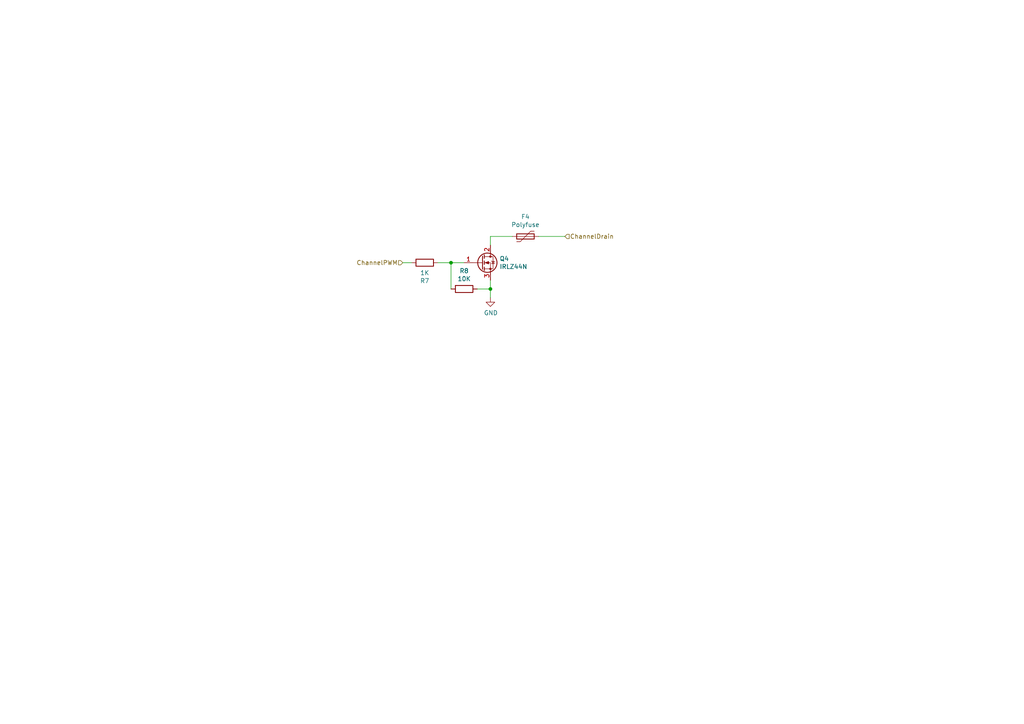
<source format=kicad_sch>
(kicad_sch (version 20211123) (generator eeschema)
  (paper "A4")
  (lib_symbols
    (symbol "Device:Polyfuse" (pin_numbers hide) (pin_names (offset 0))
      (property "Reference" "F" (at -2.54 0 90))
      (property "Value" "Polyfuse" (at 2.54 0 90))
      (symbol "Polyfuse_0_1"
        (rectangle (start -0.762 2.54) (end 0.762 -2.54) (stroke (width 0.254)))
        (polyline (pts (xy 0 2.54) (xy 0 -2.54)))
        (polyline (pts (xy -1.524 2.54) (xy -1.524 1.524) (xy 1.524 -1.524) (xy 1.524 -2.54)))
      )
      (symbol "Polyfuse_1_1"
        (pin passive line (at 0 3.81 270) (length 1.27) (name "~") (number "1"))
        (pin passive line (at 0 -3.81 90) (length 1.27) (name "~") (number "2"))
      )
    )
    (symbol "Device:R" (pin_numbers hide) (pin_names (offset 0))
      (property "Reference" "R" (at 2.032 0 90))
      (property "Value" "R" (at 0 0 90))
      (symbol "R_0_1"
        (rectangle (start -1.016 -2.54) (end 1.016 2.54) (stroke (width 0.254)))
      )
      (symbol "R_1_1"
        (pin passive line (at 0 3.81 270) (length 1.27) (name "~") (number "1"))
        (pin passive line (at 0 -3.81 90) (length 1.27) (name "~") (number "2"))
      )
    )
    (symbol "Transistor_FET:IRLZ44N" (pin_names hide)
      (property "Reference" "Q" (at 6.35 1.905 0))
      (property "Value" "IRLZ44N" (at 6.35 0 0))
      (symbol "IRLZ44N_0_1"
        (polyline (pts (xy 0.254 0) (xy -2.54 0)))
        (polyline (pts (xy 0.254 1.905) (xy 0.254 -1.905)) (stroke (width 0.254)))
        (polyline (pts (xy 0.762 -1.27) (xy 0.762 -2.286)) (stroke (width 0.254)))
        (polyline (pts (xy 0.762 0.508) (xy 0.762 -0.508)) (stroke (width 0.254)))
        (polyline (pts (xy 0.762 2.286) (xy 0.762 1.27)) (stroke (width 0.254)))
        (polyline (pts (xy 2.54 2.54) (xy 2.54 1.778)))
        (polyline (pts (xy 2.54 -2.54) (xy 2.54 0) (xy 0.762 0)))
        (polyline (pts (xy 0.762 -1.778) (xy 3.302 -1.778) (xy 3.302 1.778) (xy 0.762 1.778)))
        (polyline (pts (xy 1.016 0) (xy 2.032 0.381) (xy 2.032 -0.381) (xy 1.016 0)) (fill (type outline)))
        (polyline (pts (xy 2.794 0.508) (xy 2.921 0.381) (xy 3.683 0.381) (xy 3.81 0.254)))
        (polyline (pts (xy 3.302 0.381) (xy 2.921 -0.254) (xy 3.683 -0.254) (xy 3.302 0.381)))
        (circle (center 1.651 0) (radius 2.794) (stroke (width 0.254)))
        (circle (center 2.54 -1.778) (radius 0.254) (fill (type outline)))
        (circle (center 2.54 1.778) (radius 0.254) (fill (type outline)))
      )
      (symbol "IRLZ44N_1_1"
        (pin input line (at -5.08 0 0) (length 2.54) (name "G") (number "1"))
        (pin passive line (at 2.54 5.08 270) (length 2.54) (name "D") (number "2"))
        (pin passive line (at 2.54 -5.08 90) (length 2.54) (name "S") (number "3"))
      )
    )
    (symbol "power:GND" (power) (pin_names (offset 0))
      (property "Value" "GND" (at 0 -3.81 0))
      (symbol "GND_0_1"
        (polyline (pts (xy 0 0) (xy 0 -1.27) (xy 1.27 -1.27) (xy 0 -2.54) (xy -1.27 -1.27) (xy 0 -1.27)))
      )
      (symbol "GND_1_1"
        (pin power_in line (at 0 0 270) (length 0) hide (name "GND") (number "1"))
      )
    )
  )
  (junction (at 130.81 76.2))
  (junction (at 142.24 83.82))
  (wire (pts (xy 116.84 76.2) (xy 119.38 76.2)))
  (wire (pts (xy 138.43 83.82) (xy 142.24 83.82)))
  (wire (pts (xy 130.81 76.2) (xy 134.62 76.2)))
  (wire (pts (xy 142.24 83.82) (xy 142.24 86.36)))
  (wire (pts (xy 142.24 68.58) (xy 148.59 68.58)))
  (wire (pts (xy 127 76.2) (xy 130.81 76.2)))
  (wire (pts (xy 142.24 71.12) (xy 142.24 68.58)))
  (wire (pts (xy 142.24 81.28) (xy 142.24 83.82)))
  (wire (pts (xy 156.21 68.58) (xy 163.83 68.58)))
  (wire (pts (xy 130.81 83.82) (xy 130.81 76.2)))
  (hierarchical_label "ChannelPWM" (shape input) (at 116.84 76.2 180))
  (hierarchical_label "ChannelDrain" (shape input) (at 163.83 68.58 0))
  (symbol (lib_id "Transistor_FET:IRLZ44N") (at 139.7 76.2 0)
    (property "Reference" "Q4" (at 144.8816 75.0316 0) (effects (justify left)))
    (property "Value" "IRLZ44N" (at 144.8816 77.343 0) (effects (justify left)))
    (property "Footprint" "Package_TO_SOT_THT:TO-220-3_Vertical" (effects hide))
    (property "Datasheet" "http://www.irf.com/product-info/datasheets/data/irlz44n.pdf" (effects hide))
  )
  (symbol (lib_id "Device:R") (at 123.19 76.2 90)
    (property "Reference" "R7" (at 123.19 81.4578 90))
    (property "Value" "1K" (at 123.19 79.1464 90))
    (property "Footprint" "MY:Resistor_TH_5.08mm_value" (effects hide))
  )
  (symbol (lib_id "power:GND") (at 142.24 86.36 0)
    (property "Reference" "#PWR08" (effects hide))
    (property "Value" "GND" (at 142.367 90.7542 0))
  )
  (symbol (lib_id "Device:R") (at 134.62 83.82 270)
    (property "Reference" "R8" (at 134.62 78.5622 90))
    (property "Value" "10K" (at 134.62 80.8736 90))
    (property "Footprint" "MY:Resistor_TH_5.08mm_value" (effects hide))
  )
  (symbol (lib_id "Device:Polyfuse") (at 152.4 68.58 270)
    (property "Reference" "F4" (at 152.4 62.865 90))
    (property "Value" "Polyfuse" (at 152.4 65.1764 90))
    (property "Footprint" "MY:fuse" (effects hide))
  )
)
</source>
